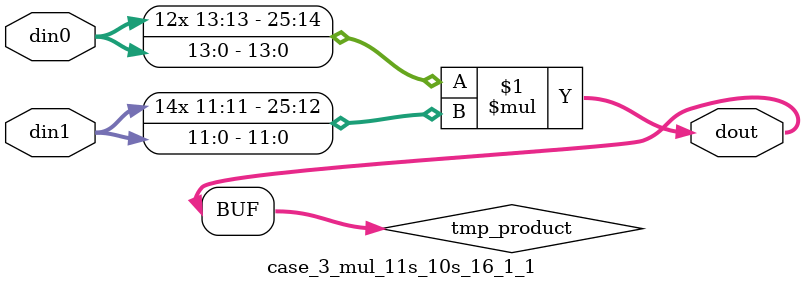
<source format=v>

`timescale 1 ns / 1 ps

 module case_3_mul_11s_10s_16_1_1(din0, din1, dout);
parameter ID = 1;
parameter NUM_STAGE = 0;
parameter din0_WIDTH = 14;
parameter din1_WIDTH = 12;
parameter dout_WIDTH = 26;

input [din0_WIDTH - 1 : 0] din0; 
input [din1_WIDTH - 1 : 0] din1; 
output [dout_WIDTH - 1 : 0] dout;

wire signed [dout_WIDTH - 1 : 0] tmp_product;



























assign tmp_product = $signed(din0) * $signed(din1);








assign dout = tmp_product;





















endmodule

</source>
